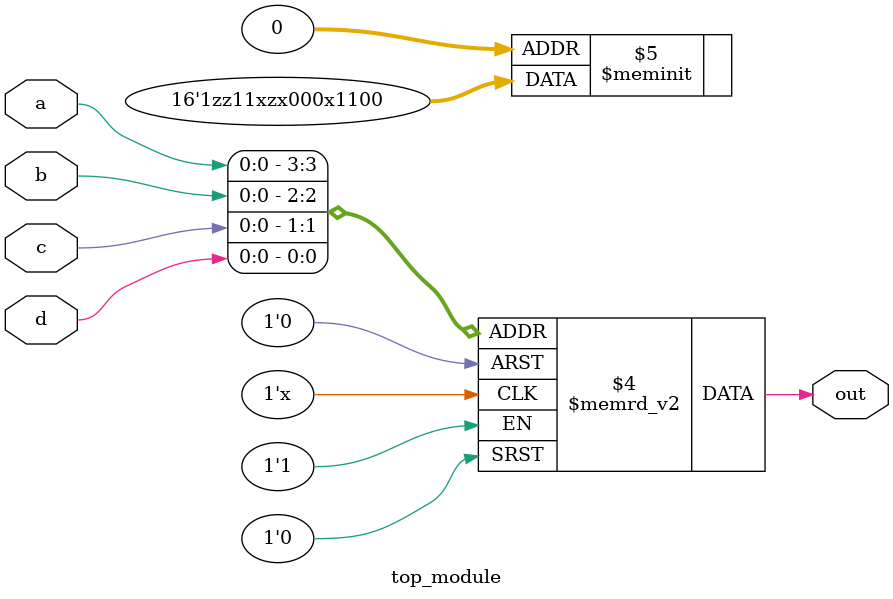
<source format=sv>
module top_module (
	input a, 
	input b,
	input c,
	input d,
	output reg out
);

always @(a or b or c or d) begin
	case({a,b,c,d})
		4'b0000, 4'b0001, 4'b0101, 4'b0110, 4'b0111: out = 1'b0;
		4'b0011, 4'b0010, 4'b1100, 4'b1011, 4'b1111: out = 1'b1;
		4'b0100, 4'b1000, 4'b1010: out = 1'bx;
		default: out = 1'bz;
	endcase
end

endmodule

</source>
